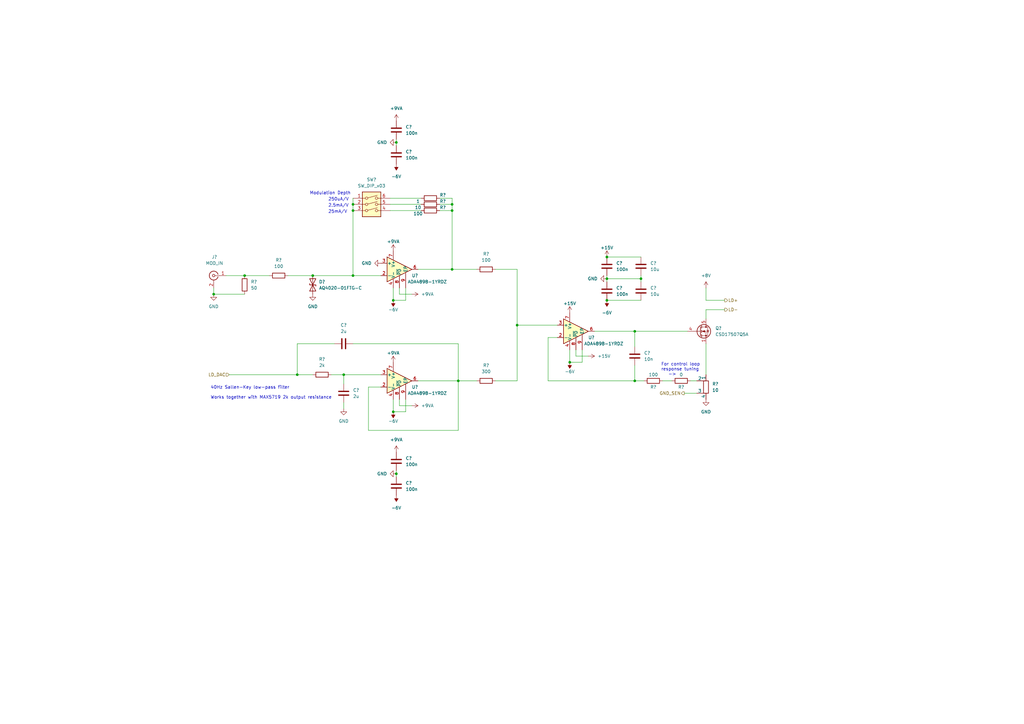
<source format=kicad_sch>
(kicad_sch (version 20211123) (generator eeschema)
  (paper "A3")
  (lib_symbols
    (symbol "Amplifier_Operational:ADA4898-1YRDZ" (pin_names (offset 0.127))
      (property "Reference" "U" (at 3.81 3.81 0))
      (property "Value" "ADA4898-1YRDZ" (at 11.43 -2.54 0))
      (symbol "ADA4898-1YRDZ_1_1"
        (polyline (pts (xy -5.08 5.08) (xy 5.08 0) (xy -5.08 -5.08) (xy -5.08 5.08)) (stroke (width 0.254)) (fill (type background)))
        (pin input line (at -7.62 -2.54 0) (length 2.54) (name "-") (number "2"))
        (pin input line (at -7.62 2.54 0) (length 2.54) (name "+") (number "3"))
        (pin power_in line (at -2.54 -7.62 90) (length 3.81) (name "V-") (number "4"))
        (pin output line (at 7.62 0 180) (length 2.54) (name "~") (number "6"))
        (pin power_in line (at -2.54 7.62 270) (length 3.81) (name "V+") (number "7"))
        (pin input line (at 0 -7.62 90) (length 5.08) (name "~{PD}") (number "8"))
        (pin passive line (at 2.54 -7.62 90) (length 6.35) (name "EP") (number "9"))
      )
    )
    (symbol "Connector:Conn_Coaxial" (pin_names (offset 1.016) hide)
      (property "Reference" "J" (at 0.254 3.048 0))
      (property "Value" "Conn_Coaxial" (at 2.921 0 90))
      (symbol "Conn_Coaxial_0_1"
        (arc (start -1.778 -0.508) (mid 0.2311 -1.8066) (end 1.778 0) (stroke (width 0.254)))
        (polyline (pts (xy -2.54 0) (xy -0.508 0)))
        (polyline (pts (xy 0 -2.54) (xy 0 -1.778)))
        (circle (center 0 0) (radius 0.508) (stroke (width 0.2032)))
        (arc (start 1.778 0) (mid 0.2099 1.8101) (end -1.778 0.508) (stroke (width 0.254)))
      )
      (symbol "Conn_Coaxial_1_1"
        (pin passive line (at -5.08 0 0) (length 2.54) (name "In") (number "1"))
        (pin passive line (at 0 -5.08 90) (length 2.54) (name "Ext") (number "2"))
      )
    )
    (symbol "Device:C" (pin_numbers hide) (pin_names (offset 0.254))
      (property "Reference" "C" (at 0.635 2.54 0))
      (property "Value" "C" (at 0.635 -2.54 0))
      (symbol "C_0_1"
        (polyline (pts (xy -2.032 -0.762) (xy 2.032 -0.762)) (stroke (width 0.508)))
        (polyline (pts (xy -2.032 0.762) (xy 2.032 0.762)) (stroke (width 0.508)))
      )
      (symbol "C_1_1"
        (pin passive line (at 0 3.81 270) (length 2.794) (name "~") (number "1"))
        (pin passive line (at 0 -3.81 90) (length 2.794) (name "~") (number "2"))
      )
    )
    (symbol "Device:D_TVS" (pin_numbers hide) (pin_names (offset 1.016) hide)
      (property "Reference" "D" (at 0 2.54 0))
      (property "Value" "D_TVS" (at 0 -2.54 0))
      (symbol "D_TVS_0_1"
        (polyline (pts (xy 1.27 0) (xy -1.27 0)))
        (polyline (pts (xy 0.508 1.27) (xy 0 1.27) (xy 0 -1.27) (xy -0.508 -1.27)) (stroke (width 0.254)))
        (polyline (pts (xy -2.54 1.27) (xy -2.54 -1.27) (xy 2.54 1.27) (xy 2.54 -1.27) (xy -2.54 1.27)) (stroke (width 0.254)))
      )
      (symbol "D_TVS_1_1"
        (pin passive line (at -3.81 0 0) (length 2.54) (name "A1") (number "1"))
        (pin passive line (at 3.81 0 180) (length 2.54) (name "A2") (number "2"))
      )
    )
    (symbol "Device:R" (pin_numbers hide) (pin_names (offset 0))
      (property "Reference" "R" (at 2.032 0 90))
      (property "Value" "R" (at 0 0 90))
      (symbol "R_0_1"
        (rectangle (start -1.016 -2.54) (end 1.016 2.54) (stroke (width 0.254)))
      )
      (symbol "R_1_1"
        (pin passive line (at 0 3.81 270) (length 1.27) (name "~") (number "1"))
        (pin passive line (at 0 -3.81 90) (length 1.27) (name "~") (number "2"))
      )
    )
    (symbol "Device:R_Shunt" (pin_numbers hide) (pin_names (offset 0))
      (property "Reference" "R" (at -4.445 0 90))
      (property "Value" "R_Shunt" (at -2.54 0 90))
      (symbol "R_Shunt_0_1"
        (rectangle (start -1.016 -2.54) (end 1.016 2.54) (stroke (width 0.254)))
        (polyline (pts (xy 0 -2.54) (xy 1.27 -2.54)))
        (polyline (pts (xy 1.27 2.54) (xy 0 2.54)))
      )
      (symbol "R_Shunt_1_1"
        (pin passive line (at 0 5.08 270) (length 2.54) (name "1") (number "1"))
        (pin passive line (at 3.81 2.54 180) (length 2.54) (name "2") (number "2"))
        (pin passive line (at 3.81 -2.54 180) (length 2.54) (name "3") (number "3"))
        (pin passive line (at 0 -5.08 90) (length 2.54) (name "4") (number "4"))
      )
    )
    (symbol "Switch:SW_DIP_x03" (pin_names (offset 0) hide)
      (property "Reference" "SW" (at 0 8.89 0))
      (property "Value" "SW_DIP_x03" (at 0 -3.81 0))
      (symbol "SW_DIP_x03_0_0"
        (circle (center -2.032 0) (radius 0.508))
        (circle (center -2.032 2.54) (radius 0.508))
        (circle (center -2.032 5.08) (radius 0.508))
        (polyline (pts (xy -1.524 0.127) (xy 2.3622 1.1684)))
        (polyline (pts (xy -1.524 2.667) (xy 2.3622 3.7084)))
        (polyline (pts (xy -1.524 5.207) (xy 2.3622 6.2484)))
        (circle (center 2.032 0) (radius 0.508))
        (circle (center 2.032 2.54) (radius 0.508))
        (circle (center 2.032 5.08) (radius 0.508))
      )
      (symbol "SW_DIP_x03_0_1"
        (rectangle (start -3.81 7.62) (end 3.81 -2.54) (stroke (width 0.254)) (fill (type background)))
      )
      (symbol "SW_DIP_x03_1_1"
        (pin passive line (at -7.62 5.08 0) (length 5.08) (name "~") (number "1"))
        (pin passive line (at -7.62 2.54 0) (length 5.08) (name "~") (number "2"))
        (pin passive line (at -7.62 0 0) (length 5.08) (name "~") (number "3"))
        (pin passive line (at 7.62 0 180) (length 5.08) (name "~") (number "4"))
        (pin passive line (at 7.62 2.54 180) (length 5.08) (name "~") (number "5"))
        (pin passive line (at 7.62 5.08 180) (length 5.08) (name "~") (number "6"))
      )
    )
    (symbol "Transistor_FET:CSD17507Q5A" (pin_names hide)
      (property "Reference" "Q" (at 5.08 1.905 0))
      (property "Value" "CSD17507Q5A" (at 5.08 0 0))
      (symbol "CSD17507Q5A_0_1"
        (polyline (pts (xy 0.254 0) (xy -2.54 0)))
        (polyline (pts (xy 0.254 1.905) (xy 0.254 -1.905)) (stroke (width 0.254)))
        (polyline (pts (xy 0.762 -1.27) (xy 0.762 -2.286)) (stroke (width 0.254)))
        (polyline (pts (xy 0.762 0.508) (xy 0.762 -0.508)) (stroke (width 0.254)))
        (polyline (pts (xy 0.762 2.286) (xy 0.762 1.27)) (stroke (width 0.254)))
        (polyline (pts (xy 2.54 2.54) (xy 2.54 1.778)))
        (polyline (pts (xy 2.54 -2.54) (xy 2.54 0) (xy 0.762 0)))
        (polyline (pts (xy 0.762 -1.778) (xy 3.302 -1.778) (xy 3.302 1.778) (xy 0.762 1.778)))
        (polyline (pts (xy 1.016 0) (xy 2.032 0.381) (xy 2.032 -0.381) (xy 1.016 0)) (fill (type outline)))
        (polyline (pts (xy 2.794 0.508) (xy 2.921 0.381) (xy 3.683 0.381) (xy 3.81 0.254)))
        (polyline (pts (xy 3.302 0.381) (xy 2.921 -0.254) (xy 3.683 -0.254) (xy 3.302 0.381)))
        (circle (center 1.651 0) (radius 2.794) (stroke (width 0.254)))
        (circle (center 2.54 -1.778) (radius 0.254) (fill (type outline)))
        (circle (center 2.54 1.778) (radius 0.254) (fill (type outline)))
      )
      (symbol "CSD17507Q5A_1_1"
        (pin passive line (at 2.54 -5.08 90) (length 2.54) (name "S") (number "1"))
        (pin passive line (at 2.54 -5.08 90) (length 2.54) hide (name "S") (number "2"))
        (pin passive line (at 2.54 -5.08 90) (length 2.54) hide (name "S") (number "3"))
        (pin passive line (at -5.08 0 0) (length 2.54) (name "G") (number "4"))
        (pin passive line (at 2.54 5.08 270) (length 2.54) (name "D") (number "5"))
      )
    )
    (symbol "power:+15V" (power) (pin_names (offset 0))
      (property "Value" "+15V" (at 0 3.556 0))
      (symbol "+15V_0_1"
        (polyline (pts (xy -0.762 1.27) (xy 0 2.54)))
        (polyline (pts (xy 0 0) (xy 0 2.54)))
        (polyline (pts (xy 0 2.54) (xy 0.762 1.27)))
      )
      (symbol "+15V_1_1"
        (pin power_in line (at 0 0 90) (length 0) hide (name "+15V") (number "1"))
      )
    )
    (symbol "power:+8V" (power) (pin_names (offset 0))
      (property "Value" "+8V" (at 0 3.556 0))
      (symbol "+8V_0_1"
        (polyline (pts (xy -0.762 1.27) (xy 0 2.54)))
        (polyline (pts (xy 0 0) (xy 0 2.54)))
        (polyline (pts (xy 0 2.54) (xy 0.762 1.27)))
      )
      (symbol "+8V_1_1"
        (pin power_in line (at 0 0 90) (length 0) hide (name "+8V") (number "1"))
      )
    )
    (symbol "power:+9VA" (power) (pin_names (offset 0))
      (property "Value" "+9VA" (at 0 3.81 0))
      (symbol "+9VA_0_1"
        (polyline (pts (xy -0.762 1.27) (xy 0 2.54)))
        (polyline (pts (xy 0 0) (xy 0 2.54)))
        (polyline (pts (xy 0 2.54) (xy 0.762 1.27)))
      )
      (symbol "+9VA_1_1"
        (pin power_in line (at 0 0 90) (length 0) hide (name "+9VA") (number "1"))
      )
    )
    (symbol "power:-6V" (power) (pin_names (offset 0))
      (property "Value" "-6V" (at 0 3.81 0))
      (symbol "-6V_0_0"
        (pin power_in line (at 0 0 90) (length 0) hide (name "-6V") (number "1"))
      )
      (symbol "-6V_0_1"
        (polyline (pts (xy 0 0) (xy 0 1.27) (xy 0.762 1.27) (xy 0 2.54) (xy -0.762 1.27) (xy 0 1.27)) (fill (type outline)))
      )
    )
    (symbol "power:GND" (power) (pin_names (offset 0))
      (property "Value" "GND" (at 0 -3.81 0))
      (symbol "GND_0_1"
        (polyline (pts (xy 0 0) (xy 0 -1.27) (xy 1.27 -1.27) (xy 0 -2.54) (xy -1.27 -1.27) (xy 0 -1.27)))
      )
      (symbol "GND_1_1"
        (pin power_in line (at 0 0 270) (length 0) hide (name "GND") (number "1"))
      )
    )
  )
  (junction (at 144.78 86.36))
  (junction (at 185.42 110.49))
  (junction (at 233.68 148.59))
  (junction (at 144.78 83.82))
  (junction (at 248.92 114.3))
  (junction (at 162.56 58.42))
  (junction (at 128.27 113.03))
  (junction (at 248.92 105.41))
  (junction (at 100.33 113.03))
  (junction (at 161.29 168.91))
  (junction (at 187.96 156.21))
  (junction (at 161.29 123.19))
  (junction (at 121.92 153.67))
  (junction (at 262.89 114.3))
  (junction (at 140.97 153.67))
  (junction (at 162.56 194.31))
  (junction (at 248.92 123.19))
  (junction (at 185.42 86.36))
  (junction (at 260.35 156.21))
  (junction (at 260.35 135.89))
  (junction (at 185.42 83.82))
  (junction (at 87.63 120.65))
  (junction (at 144.78 113.03))
  (junction (at 212.09 133.35))
  (wire (pts (xy 140.97 165.1) (xy 140.97 167.64)))
  (wire (pts (xy 121.92 153.67) (xy 128.27 153.67)))
  (wire (pts (xy 162.56 193.04) (xy 162.56 194.31)))
  (wire (pts (xy 87.63 120.65) (xy 100.33 120.65)))
  (wire (pts (xy 187.96 156.21) (xy 195.58 156.21)))
  (wire (pts (xy 248.92 114.3) (xy 248.92 115.57)))
  (wire (pts (xy 289.56 130.81) (xy 289.56 127)))
  (wire (pts (xy 144.78 140.97) (xy 187.96 140.97)))
  (wire (pts (xy 87.63 120.65) (xy 87.63 118.11)))
  (wire (pts (xy 260.35 135.89) (xy 260.35 142.24)))
  (wire (pts (xy 243.84 135.89) (xy 260.35 135.89)))
  (wire (pts (xy 163.83 166.37) (xy 168.91 166.37)))
  (wire (pts (xy 128.27 113.03) (xy 144.78 113.03)))
  (wire (pts (xy 203.2 156.21) (xy 212.09 156.21)))
  (wire (pts (xy 162.56 58.42) (xy 162.56 59.69)))
  (wire (pts (xy 100.33 113.03) (xy 110.49 113.03)))
  (wire (pts (xy 92.71 113.03) (xy 100.33 113.03)))
  (wire (pts (xy 185.42 81.28) (xy 185.42 83.82)))
  (wire (pts (xy 185.42 86.36) (xy 185.42 110.49)))
  (wire (pts (xy 118.11 113.03) (xy 128.27 113.03)))
  (wire (pts (xy 236.22 146.05) (xy 241.3 146.05)))
  (wire (pts (xy 185.42 110.49) (xy 195.58 110.49)))
  (wire (pts (xy 162.56 57.15) (xy 162.56 58.42)))
  (wire (pts (xy 180.34 86.36) (xy 185.42 86.36)))
  (wire (pts (xy 260.35 135.89) (xy 281.94 135.89)))
  (wire (pts (xy 171.45 156.21) (xy 187.96 156.21)))
  (wire (pts (xy 140.97 153.67) (xy 156.21 153.67)))
  (wire (pts (xy 135.89 153.67) (xy 140.97 153.67)))
  (wire (pts (xy 160.02 86.36) (xy 172.72 86.36)))
  (wire (pts (xy 187.96 176.53) (xy 187.96 156.21)))
  (wire (pts (xy 289.56 127) (xy 297.18 127)))
  (wire (pts (xy 262.89 114.3) (xy 248.92 114.3)))
  (wire (pts (xy 151.13 158.75) (xy 151.13 176.53)))
  (wire (pts (xy 166.37 123.19) (xy 166.37 118.11)))
  (wire (pts (xy 161.29 118.11) (xy 161.29 123.19)))
  (wire (pts (xy 166.37 168.91) (xy 166.37 163.83)))
  (wire (pts (xy 121.92 140.97) (xy 121.92 153.67)))
  (wire (pts (xy 137.16 140.97) (xy 121.92 140.97)))
  (wire (pts (xy 180.34 81.28) (xy 185.42 81.28)))
  (wire (pts (xy 212.09 133.35) (xy 228.6 133.35)))
  (wire (pts (xy 163.83 118.11) (xy 163.83 120.65)))
  (wire (pts (xy 161.29 123.19) (xy 166.37 123.19)))
  (wire (pts (xy 212.09 110.49) (xy 212.09 133.35)))
  (wire (pts (xy 233.68 148.59) (xy 238.76 148.59)))
  (wire (pts (xy 280.67 161.29) (xy 285.75 161.29)))
  (wire (pts (xy 151.13 176.53) (xy 187.96 176.53)))
  (wire (pts (xy 271.78 156.21) (xy 275.59 156.21)))
  (wire (pts (xy 163.83 163.83) (xy 163.83 166.37)))
  (wire (pts (xy 93.98 153.67) (xy 121.92 153.67)))
  (wire (pts (xy 283.21 156.21) (xy 285.75 156.21)))
  (wire (pts (xy 171.45 110.49) (xy 185.42 110.49)))
  (wire (pts (xy 203.2 110.49) (xy 212.09 110.49)))
  (wire (pts (xy 180.34 83.82) (xy 185.42 83.82)))
  (wire (pts (xy 260.35 156.21) (xy 224.79 156.21)))
  (wire (pts (xy 144.78 81.28) (xy 144.78 83.82)))
  (wire (pts (xy 161.29 168.91) (xy 166.37 168.91)))
  (wire (pts (xy 233.68 143.51) (xy 233.68 148.59)))
  (wire (pts (xy 224.79 156.21) (xy 224.79 138.43)))
  (wire (pts (xy 236.22 143.51) (xy 236.22 146.05)))
  (wire (pts (xy 289.56 123.19) (xy 297.18 123.19)))
  (wire (pts (xy 212.09 156.21) (xy 212.09 133.35)))
  (wire (pts (xy 144.78 83.82) (xy 144.78 86.36)))
  (wire (pts (xy 163.83 120.65) (xy 168.91 120.65)))
  (wire (pts (xy 260.35 156.21) (xy 264.16 156.21)))
  (wire (pts (xy 161.29 163.83) (xy 161.29 168.91)))
  (wire (pts (xy 162.56 194.31) (xy 162.56 195.58)))
  (wire (pts (xy 144.78 86.36) (xy 144.78 113.03)))
  (wire (pts (xy 160.02 83.82) (xy 172.72 83.82)))
  (wire (pts (xy 262.89 113.03) (xy 262.89 114.3)))
  (wire (pts (xy 289.56 118.11) (xy 289.56 123.19)))
  (wire (pts (xy 187.96 140.97) (xy 187.96 156.21)))
  (wire (pts (xy 262.89 114.3) (xy 262.89 115.57)))
  (wire (pts (xy 140.97 153.67) (xy 140.97 157.48)))
  (wire (pts (xy 156.21 158.75) (xy 151.13 158.75)))
  (wire (pts (xy 248.92 113.03) (xy 248.92 114.3)))
  (wire (pts (xy 248.92 105.41) (xy 262.89 105.41)))
  (wire (pts (xy 248.92 123.19) (xy 262.89 123.19)))
  (wire (pts (xy 289.56 140.97) (xy 289.56 153.67)))
  (wire (pts (xy 238.76 148.59) (xy 238.76 143.51)))
  (wire (pts (xy 144.78 113.03) (xy 156.21 113.03)))
  (wire (pts (xy 260.35 149.86) (xy 260.35 156.21)))
  (wire (pts (xy 160.02 81.28) (xy 172.72 81.28)))
  (wire (pts (xy 185.42 83.82) (xy 185.42 86.36)))
  (wire (pts (xy 224.79 138.43) (xy 228.6 138.43)))
  (text "250uA/V" (at 134.62 82.55 0) (effects (font (size 1.27 1.27)) (justify left bottom)))
  (text "2.5mA/V" (at 134.62 85.09 0) (effects (font (size 1.27 1.27)) (justify left bottom)))
  (text "For control loop\nresponse tuning\n   ->" (at 271.145 154.305 0) (effects (font (size 1.27 1.27)) (justify left bottom)))
  (text "25mA/V" (at 134.62 87.63 0) (effects (font (size 1.27 1.27)) (justify left bottom)))
  (text "40Hz Sallen-Key low-pass filter\n\nWorks together with MAX5719 2k output resistance" (at 86.36 163.83 0) (effects (font (size 1.27 1.27)) (justify left bottom)))
  (text "Modulation Depth" (at 127 80.01 0) (effects (font (size 1.27 1.27)) (justify left bottom)))
  (hierarchical_label "LD+" (shape output) (at 297.18 123.19 0))
  (hierarchical_label "GND_SEN" (shape output) (at 280.67 161.29 180))
  (hierarchical_label "LD_DAC" (shape input) (at 93.98 153.67 180))
  (hierarchical_label "LD-" (shape output) (at 297.18 127 0))
  (symbol (lib_id "Device:R") (at 176.53 86.36 90) (unit 1)
    (property "Reference" "R?" (at 181.61 85.09 90))
    (property "Value" "100" (at 171.45 87.63 90))
  )
  (symbol (lib_id "Device:C") (at 140.97 140.97 90) (unit 1)
    (property "Reference" "C?" (at 140.97 133.35 90))
    (property "Value" "2u" (at 140.97 135.89 90))
  )
  (symbol (lib_id "power:+15V") (at 248.92 105.41 0) (unit 1)
    (property "Reference" "#PWR?" (effects hide))
    (property "Value" "+15V" (at 248.92 101.6 0))
  )
  (symbol (lib_id "power:+9VA") (at 162.56 49.53 0) (unit 1)
    (property "Reference" "#PWR?" (effects hide))
    (property "Value" "+9VA" (at 162.56 44.45 0))
  )
  (symbol (lib_id "Device:R") (at 279.4 156.21 90) (unit 1)
    (property "Reference" "R?" (at 279.4 158.75 90))
    (property "Value" "0" (at 279.4 153.67 90))
  )
  (symbol (lib_id "power:-6V") (at 162.56 67.31 180) (unit 1)
    (property "Reference" "#PWR?" (effects hide))
    (property "Value" "-6V" (at 162.56 72.39 0))
  )
  (symbol (lib_id "Device:C") (at 262.89 119.38 0) (unit 1)
    (property "Reference" "C?" (at 266.7 118.1099 0) (effects (justify left)))
    (property "Value" "10u" (at 266.7 120.6499 0) (effects (justify left)))
  )
  (symbol (lib_id "Device:R") (at 267.97 156.21 90) (unit 1)
    (property "Reference" "R?" (at 267.97 158.75 90))
    (property "Value" "100" (at 267.97 153.67 90))
  )
  (symbol (lib_id "power:GND") (at 162.56 194.31 270) (unit 1)
    (property "Reference" "#PWR?" (effects hide))
    (property "Value" "GND" (at 158.75 194.3099 90) (effects (justify right)))
  )
  (symbol (lib_id "Amplifier_Operational:ADA4898-1YRDZ") (at 236.22 135.89 0) (unit 1)
    (property "Reference" "U?" (at 242.57 138.43 0))
    (property "Value" "ADA4898-1YRDZ" (at 247.65 140.97 0))
    (property "Footprint" "Package_SO:SOIC-8-1EP_3.9x4.9mm_P1.27mm_EP2.29x3mm" (effects hide))
    (property "Datasheet" "https://www.analog.com/media/en/technical-documentation/data-sheets/ada4898-1_4898-2.pdf" (effects hide))
  )
  (symbol (lib_id "Device:C") (at 260.35 146.05 0) (unit 1)
    (property "Reference" "C?" (at 264.16 144.7799 0) (effects (justify left)))
    (property "Value" "10n" (at 264.16 147.3199 0) (effects (justify left)))
  )
  (symbol (lib_id "Device:R") (at 199.39 156.21 90) (unit 1)
    (property "Reference" "R?" (at 199.39 149.86 90))
    (property "Value" "300" (at 199.39 152.4 90))
  )
  (symbol (lib_id "power:+9VA") (at 162.56 185.42 0) (unit 1)
    (property "Reference" "#PWR?" (effects hide))
    (property "Value" "+9VA" (at 162.56 180.34 0))
  )
  (symbol (lib_id "Device:C") (at 162.56 53.34 0) (unit 1)
    (property "Reference" "C?" (at 166.37 52.0699 0) (effects (justify left)))
    (property "Value" "100n" (at 166.37 54.6099 0) (effects (justify left)))
  )
  (symbol (lib_id "power:-6V") (at 162.56 203.2 180) (unit 1)
    (property "Reference" "#PWR?" (effects hide))
    (property "Value" "-6V" (at 162.56 208.28 0))
  )
  (symbol (lib_id "Switch:SW_DIP_x03") (at 152.4 86.36 0) (unit 1)
    (property "Reference" "SW?" (at 152.4 73.66 0))
    (property "Value" "SW_DIP_x03" (at 152.4 76.2 0))
  )
  (symbol (lib_id "Amplifier_Operational:ADA4898-1YRDZ") (at 163.83 156.21 0) (unit 1)
    (property "Reference" "U?" (at 170.18 158.75 0))
    (property "Value" "ADA4898-1YRDZ" (at 175.26 161.29 0))
    (property "Footprint" "Package_SO:SOIC-8-1EP_3.9x4.9mm_P1.27mm_EP2.29x3mm" (effects hide))
    (property "Datasheet" "https://www.analog.com/media/en/technical-documentation/data-sheets/ada4898-1_4898-2.pdf" (effects hide))
  )
  (symbol (lib_id "power:GND") (at 248.92 114.3 270) (unit 1)
    (property "Reference" "#PWR?" (effects hide))
    (property "Value" "GND" (at 245.11 114.2999 90) (effects (justify right)))
  )
  (symbol (lib_id "Device:C") (at 248.92 119.38 0) (unit 1)
    (property "Reference" "C?" (at 252.73 118.1099 0) (effects (justify left)))
    (property "Value" "100n" (at 252.73 120.6499 0) (effects (justify left)))
  )
  (symbol (lib_id "power:GND") (at 140.97 167.64 0) (unit 1)
    (property "Reference" "#PWR?" (effects hide))
    (property "Value" "GND" (at 140.97 172.72 0))
  )
  (symbol (lib_id "Device:R") (at 132.08 153.67 90) (unit 1)
    (property "Reference" "R?" (at 132.08 147.32 90))
    (property "Value" "2k" (at 132.08 149.86 90))
  )
  (symbol (lib_id "power:+9VA") (at 168.91 120.65 270) (unit 1)
    (property "Reference" "#PWR?" (effects hide))
    (property "Value" "+9VA" (at 172.72 120.6499 90) (effects (justify left)))
  )
  (symbol (lib_id "Device:R_Shunt") (at 289.56 158.75 0) (mirror y) (unit 1)
    (property "Reference" "R?" (at 292.1 157.4799 0) (effects (justify right)))
    (property "Value" "10" (at 292.1 160.0199 0) (effects (justify right)))
  )
  (symbol (lib_id "power:-6V") (at 161.29 168.91 180) (unit 1)
    (property "Reference" "#PWR?" (effects hide))
    (property "Value" "-6V" (at 161.29 172.72 0))
  )
  (symbol (lib_id "power:GND") (at 156.21 107.95 270) (unit 1)
    (property "Reference" "#PWR?" (effects hide))
    (property "Value" "GND" (at 152.4 107.9499 90) (effects (justify right)))
  )
  (symbol (lib_id "power:+15V") (at 241.3 146.05 270) (unit 1)
    (property "Reference" "#PWR?" (effects hide))
    (property "Value" "+15V" (at 245.11 146.05 90) (effects (justify left)))
  )
  (symbol (lib_id "power:GND") (at 162.56 58.42 270) (unit 1)
    (property "Reference" "#PWR?" (effects hide))
    (property "Value" "GND" (at 158.75 58.4199 90) (effects (justify right)))
  )
  (symbol (lib_id "Device:C") (at 262.89 109.22 0) (unit 1)
    (property "Reference" "C?" (at 266.7 107.9499 0) (effects (justify left)))
    (property "Value" "10u" (at 266.7 110.4899 0) (effects (justify left)))
  )
  (symbol (lib_id "Device:R") (at 199.39 110.49 90) (unit 1)
    (property "Reference" "R?" (at 199.39 104.14 90))
    (property "Value" "100" (at 199.39 106.68 90))
  )
  (symbol (lib_id "Device:R") (at 100.33 116.84 0) (unit 1)
    (property "Reference" "R?" (at 102.87 115.5699 0) (effects (justify left)))
    (property "Value" "50" (at 102.87 118.1099 0) (effects (justify left)))
  )
  (symbol (lib_id "power:GND") (at 128.27 120.65 0) (unit 1)
    (property "Reference" "#PWR?" (effects hide))
    (property "Value" "GND" (at 128.27 125.73 0))
  )
  (symbol (lib_id "Device:R") (at 114.3 113.03 90) (unit 1)
    (property "Reference" "R?" (at 114.3 106.68 90))
    (property "Value" "100" (at 114.3 109.22 90))
  )
  (symbol (lib_id "power:+9VA") (at 168.91 166.37 270) (unit 1)
    (property "Reference" "#PWR?" (effects hide))
    (property "Value" "+9VA" (at 172.72 166.3699 90) (effects (justify left)))
  )
  (symbol (lib_id "power:GND") (at 289.56 163.83 0) (unit 1)
    (property "Reference" "#PWR?" (effects hide))
    (property "Value" "GND" (at 289.56 168.91 0))
  )
  (symbol (lib_id "Device:R") (at 176.53 81.28 90) (unit 1)
    (property "Reference" "R?" (at 181.61 80.01 90))
    (property "Value" "1" (at 171.45 82.55 90))
  )
  (symbol (lib_id "power:+8V") (at 289.56 118.11 0) (unit 1)
    (property "Reference" "#PWR?" (effects hide))
    (property "Value" "+8V" (at 289.56 113.03 0))
  )
  (symbol (lib_id "Amplifier_Operational:ADA4898-1YRDZ") (at 163.83 110.49 0) (unit 1)
    (property "Reference" "U?" (at 170.18 113.03 0))
    (property "Value" "ADA4898-1YRDZ" (at 175.26 115.57 0))
    (property "Footprint" "Package_SO:SOIC-8-1EP_3.9x4.9mm_P1.27mm_EP2.29x3mm" (effects hide))
    (property "Datasheet" "https://www.analog.com/media/en/technical-documentation/data-sheets/ada4898-1_4898-2.pdf" (effects hide))
  )
  (symbol (lib_id "power:-6V") (at 161.29 123.19 180) (unit 1)
    (property "Reference" "#PWR?" (effects hide))
    (property "Value" "-6V" (at 161.29 127 0))
  )
  (symbol (lib_id "power:GND") (at 87.63 120.65 0) (unit 1)
    (property "Reference" "#PWR?" (effects hide))
    (property "Value" "GND" (at 87.63 125.73 0))
  )
  (symbol (lib_id "Device:C") (at 248.92 109.22 0) (unit 1)
    (property "Reference" "C?" (at 252.73 107.9499 0) (effects (justify left)))
    (property "Value" "100n" (at 252.73 110.4899 0) (effects (justify left)))
  )
  (symbol (lib_id "Transistor_FET:CSD17507Q5A") (at 287.02 135.89 0) (unit 1)
    (property "Reference" "Q?" (at 293.37 134.6199 0) (effects (justify left)))
    (property "Value" "CSD17507Q5A" (at 293.37 137.1599 0) (effects (justify left)))
    (property "Footprint" "Package_TO_SOT_SMD:TDSON-8-1" (effects hide))
    (property "Datasheet" "http://www.ti.com/lit/gpn/csd17507q5a" (effects hide))
  )
  (symbol (lib_id "power:-6V") (at 233.68 148.59 180) (unit 1)
    (property "Reference" "#PWR?" (effects hide))
    (property "Value" "-6V" (at 233.68 152.4 0))
  )
  (symbol (lib_id "Device:R") (at 176.53 83.82 90) (unit 1)
    (property "Reference" "R?" (at 181.61 82.55 90))
    (property "Value" "10" (at 171.45 85.09 90))
  )
  (symbol (lib_id "power:-6V") (at 248.92 123.19 180) (unit 1)
    (property "Reference" "#PWR?" (effects hide))
    (property "Value" "-6V" (at 248.92 128.27 0))
  )
  (symbol (lib_id "Device:D_TVS") (at 128.27 116.84 90) (unit 1)
    (property "Reference" "D?" (at 130.81 115.5699 90) (effects (justify right)))
    (property "Value" "AQ4020-01FTG-C" (at 130.81 118.1099 90) (effects (justify right)))
    (property "Datasheet" "https://www.mouser.hk/datasheet/2/240/Littelfuse_tvs_diode_array_AQ4020_datasheet_pdf-1372610.pdf" (effects hide))
  )
  (symbol (lib_id "power:+9VA") (at 161.29 148.59 0) (unit 1)
    (property "Reference" "#PWR?" (effects hide))
    (property "Value" "+9VA" (at 161.29 144.78 0))
  )
  (symbol (lib_id "power:+9VA") (at 161.29 102.87 0) (unit 1)
    (property "Reference" "#PWR?" (effects hide))
    (property "Value" "+9VA" (at 161.29 99.06 0))
  )
  (symbol (lib_id "Device:C") (at 162.56 199.39 0) (unit 1)
    (property "Reference" "C?" (at 166.37 198.1199 0) (effects (justify left)))
    (property "Value" "100n" (at 166.37 200.6599 0) (effects (justify left)))
  )
  (symbol (lib_id "Device:C") (at 140.97 161.29 0) (unit 1)
    (property "Reference" "C?" (at 144.78 160.0199 0) (effects (justify left)))
    (property "Value" "2u" (at 144.78 162.5599 0) (effects (justify left)))
  )
  (symbol (lib_id "power:+15V") (at 233.68 128.27 0) (unit 1)
    (property "Reference" "#PWR?" (effects hide))
    (property "Value" "+15V" (at 233.68 124.46 0))
  )
  (symbol (lib_id "Device:C") (at 162.56 63.5 0) (unit 1)
    (property "Reference" "C?" (at 166.37 62.2299 0) (effects (justify left)))
    (property "Value" "100n" (at 166.37 64.7699 0) (effects (justify left)))
  )
  (symbol (lib_id "Connector:Conn_Coaxial") (at 87.63 113.03 0) (mirror y) (unit 1)
    (property "Reference" "J?" (at 87.9474 105.41 0))
    (property "Value" "MOD_IN" (at 87.9474 107.95 0))
    (property "Datasheet" " ~" (effects hide))
  )
  (symbol (lib_id "Device:C") (at 162.56 189.23 0) (unit 1)
    (property "Reference" "C?" (at 166.37 187.9599 0) (effects (justify left)))
    (property "Value" "100n" (at 166.37 190.4999 0) (effects (justify left)))
  )
)
</source>
